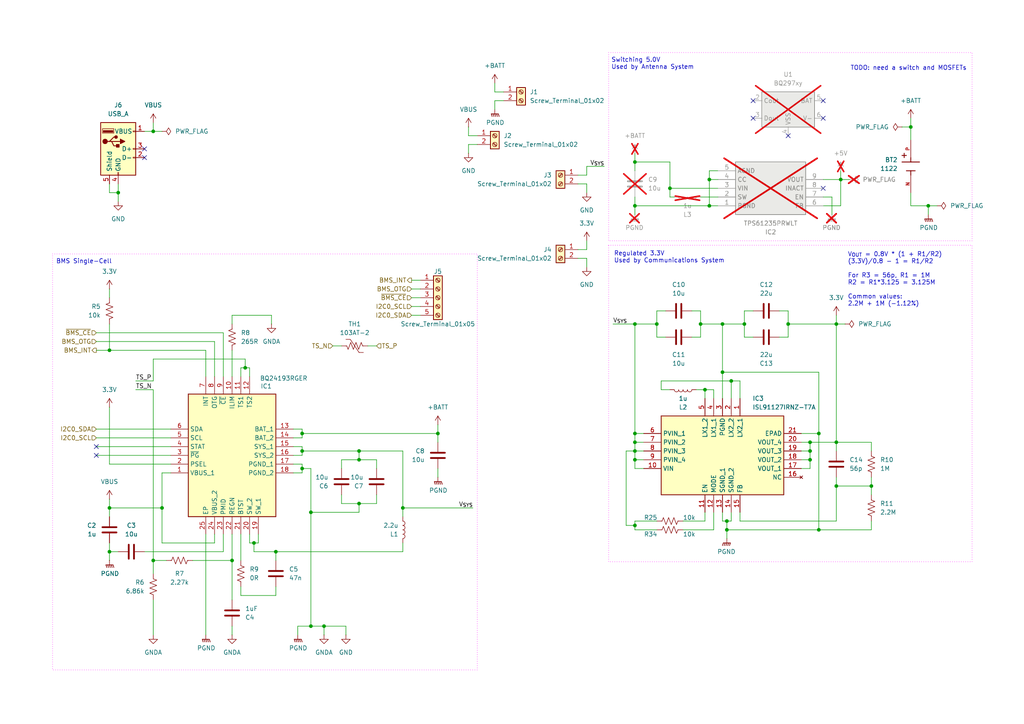
<source format=kicad_sch>
(kicad_sch (version 20231120) (generator "eeschema") (generator_version "8.0")
  (paper "A4")
  (lib_symbols
    (symbol "Battery_Management:BQ297xy"
      (property "Reference" "U" (at -6.35 6.35 0))
      (property "Value" "BQ297xy" (at 5.08 -6.35 0))
      (symbol "BQ297xy_1_1"
        (pin no_connect line (at 7.62 0 180) (length 2.54) hide (name "NC") (number "1"))
        (pin output line (at 10.16 2.54 180) (length 2.54) (name "Cout") (number "2"))
        (pin output line (at 10.16 -2.54 180) (length 2.54) (name "Dout") (number "3"))
        (pin power_in line (at 0 -7.62 90) (length 2.54) (name "VSS") (number "4"))
        (pin input line (at -10.16 2.54 0) (length 2.54) (name "BAT") (number "5"))
        (pin input line (at -10.16 -2.54 0) (length 2.54) (name "V-") (number "6"))
      )
    )
    (symbol "Cobalt-Cowboy:1122" (pin_names (offset 1.016))
      (property "Reference" "BT" (at -3.81 3.81 0))
      (property "Value" "1122" (at -3.81 -5.08 0))
      (symbol "1122_0_0"
        (pin passive line (at 7.62 0 180) (length 5.08) (name "~") (number "N"))
        (pin passive line (at -7.62 0 0) (length 5.08) (name "~") (number "P"))
      )
    )
    (symbol "Cobalt-Cowboy:TPS61235PRWLT"
      (property "Reference" "IC" (at 26.67 7.62 0))
      (property "Value" "TPS61235PRWLT" (at 26.67 5.08 0))
      (symbol "TPS61235PRWLT_1_1"
        (pin power_in line (at 0 0 0) (length 5.08) (name "PGND") (number "1"))
        (pin power_in line (at 0 -2.54 0) (length 5.08) (name "SW") (number "2"))
        (pin passive line (at 0 -5.08 0) (length 5.08) (name "VIN") (number "3"))
        (pin passive line (at 0 -7.62 0) (length 5.08) (name "CC") (number "4"))
        (pin passive line (at 0 -10.16 0) (length 5.08) (name "AGND") (number "5"))
        (pin passive line (at 30.48 0 180) (length 5.08) (name "FB") (number "6"))
        (pin passive line (at 30.48 -2.54 180) (length 5.08) (name "EN") (number "7"))
        (pin passive line (at 30.48 -5.08 180) (length 5.08) (name "INACT") (number "8"))
        (pin passive line (at 30.48 -7.62 180) (length 5.08) (name "VOUT") (number "9"))
      )
    )
    (symbol "Connector:Screw_Terminal_01x02" (pin_names (offset 1.016) hide)
      (property "Reference" "J" (at 0 2.54 0))
      (property "Value" "Screw_Terminal_01x02" (at 0 -5.08 0))
      (symbol "Screw_Terminal_01x02_1_1"
        (pin passive line (at -5.08 0 0) (length 3.81) (name "Pin_1") (number "1"))
        (pin passive line (at -5.08 -2.54 0) (length 3.81) (name "Pin_2") (number "2"))
      )
    )
    (symbol "Connector:Screw_Terminal_01x05" (pin_names (offset 1.016) hide)
      (property "Reference" "J" (at 0 7.62 0))
      (property "Value" "Screw_Terminal_01x05" (at 0 -7.62 0))
      (symbol "Screw_Terminal_01x05_1_1"
        (pin passive line (at -5.08 5.08 0) (length 3.81) (name "Pin_1") (number "1"))
        (pin passive line (at -5.08 2.54 0) (length 3.81) (name "Pin_2") (number "2"))
        (pin passive line (at -5.08 0 0) (length 3.81) (name "Pin_3") (number "3"))
        (pin passive line (at -5.08 -2.54 0) (length 3.81) (name "Pin_4") (number "4"))
        (pin passive line (at -5.08 -5.08 0) (length 3.81) (name "Pin_5") (number "5"))
      )
    )
    (symbol "Connector:USB_A" (pin_names (offset 1.016))
      (property "Reference" "J" (at -5.08 11.43 0))
      (property "Value" "USB_A" (at -5.08 8.89 0))
      (symbol "USB_A_1_1"
        (pin power_in line (at 7.62 5.08 180) (length 2.54) (name "VBUS") (number "1"))
        (pin bidirectional line (at 7.62 -2.54 180) (length 2.54) (name "D-") (number "2"))
        (pin bidirectional line (at 7.62 0 180) (length 2.54) (name "D+") (number "3"))
        (pin power_in line (at 0 -10.16 90) (length 2.54) (name "GND") (number "4"))
        (pin passive line (at -2.54 -10.16 90) (length 2.54) (name "Shield") (number "5"))
      )
    )
    (symbol "Device:C" (pin_numbers hide) (pin_names (offset 0.254))
      (property "Reference" "C" (at 0.635 2.54 0))
      (property "Value" "C" (at 0.635 -2.54 0))
      (symbol "C_1_1"
        (pin passive line (at 0 3.81 270) (length 2.794) (name "~") (number "1"))
        (pin passive line (at 0 -3.81 90) (length 2.794) (name "~") (number "2"))
      )
    )
    (symbol "Device:L" (pin_numbers hide) (pin_names (offset 1.016) hide)
      (property "Reference" "L" (at -1.27 0 90))
      (property "Value" "L" (at 1.905 0 90))
      (symbol "L_1_1"
        (pin passive line (at 0 3.81 270) (length 1.27) (name "1") (number "1"))
        (pin passive line (at 0 -3.81 90) (length 1.27) (name "2") (number "2"))
      )
    )
    (symbol "Device:R_US" (pin_numbers hide) (pin_names (offset 0))
      (property "Reference" "R" (at 2.54 0 90))
      (property "Value" "R_US" (at -2.54 0 90))
      (symbol "R_US_1_1"
        (pin passive line (at 0 3.81 270) (length 1.27) (name "~") (number "1"))
        (pin passive line (at 0 -3.81 90) (length 1.27) (name "~") (number "2"))
      )
    )
    (symbol "Device:Thermistor_US" (pin_numbers hide) (pin_names (offset 0))
      (property "Reference" "TH" (at 2.54 1.27 90))
      (property "Value" "Thermistor_US" (at -2.54 0 90))
      (symbol "Thermistor_US_1_1"
        (pin passive line (at 0 3.81 270) (length 1.27) (name "~") (number "1"))
        (pin passive line (at 0 -3.81 90) (length 1.27) (name "~") (number "2"))
      )
    )
    (symbol "bms-smps-testbench:BQ24193RGER"
      (property "Reference" "IC" (at 31.75 17.78 0))
      (property "Value" "BQ24193RGER" (at 31.75 15.24 0))
      (symbol "BQ24193RGER_1_1"
        (pin passive line (at 0 0 0) (length 5.08) (name "VBUS_1") (number "1"))
        (pin passive line (at 17.78 -27.94 90) (length 5.08) (name "ILIM") (number "10"))
        (pin passive line (at 20.32 -27.94 90) (length 5.08) (name "TS1") (number "11"))
        (pin passive line (at 22.86 -27.94 90) (length 5.08) (name "TS2") (number "12"))
        (pin passive line (at 35.56 -12.7 180) (length 5.08) (name "BAT_1") (number "13"))
        (pin passive line (at 35.56 -10.16 180) (length 5.08) (name "BAT_2") (number "14"))
        (pin passive line (at 35.56 -7.62 180) (length 5.08) (name "SYS_1") (number "15"))
        (pin passive line (at 35.56 -5.08 180) (length 5.08) (name "SYS_2") (number "16"))
        (pin passive line (at 35.56 -2.54 180) (length 5.08) (name "PGND_1") (number "17"))
        (pin passive line (at 35.56 0 180) (length 5.08) (name "PGND_2") (number "18"))
        (pin passive line (at 25.4 17.78 270) (length 5.08) (name "SW_1") (number "19"))
        (pin passive line (at 0 -2.54 0) (length 5.08) (name "PSEL") (number "2"))
        (pin passive line (at 22.86 17.78 270) (length 5.08) (name "SW_2") (number "20"))
        (pin passive line (at 20.32 17.78 270) (length 5.08) (name "BTST") (number "21"))
        (pin passive line (at 17.78 17.78 270) (length 5.08) (name "REGN") (number "22"))
        (pin passive line (at 15.24 17.78 270) (length 5.08) (name "PMID") (number "23"))
        (pin passive line (at 12.7 17.78 270) (length 5.08) (name "VBUS_2") (number "24"))
        (pin passive line (at 10.16 17.78 270) (length 5.08) (name "EP") (number "25"))
        (pin passive line (at 0 -5.08 0) (length 5.08) (name "~{PG}") (number "3"))
        (pin passive line (at 0 -7.62 0) (length 5.08) (name "STAT") (number "4"))
        (pin passive line (at 0 -10.16 0) (length 5.08) (name "SCL") (number "5"))
        (pin passive line (at 0 -12.7 0) (length 5.08) (name "SDA") (number "6"))
        (pin passive line (at 10.16 -27.94 90) (length 5.08) (name "INT") (number "7"))
        (pin passive line (at 12.7 -27.94 90) (length 5.08) (name "OTG") (number "8"))
        (pin passive line (at 15.24 -27.94 90) (length 5.08) (name "~{CE}") (number "9"))
      )
    )
    (symbol "bms-smps-testbench:ISL91127IRNZ-T7A"
      (property "Reference" "IC" (at 29.21 17.78 0))
      (property "Value" "ISL91127IRNZ-T7A" (at 29.21 15.24 0))
      (symbol "ISL91127IRNZ-T7A_1_1"
        (pin passive line (at 0 0 0) (length 5.08) (name "LX2_1") (number "1"))
        (pin passive line (at 20.32 -27.94 90) (length 5.08) (name "VIN") (number "10"))
        (pin passive line (at 33.02 -10.16 180) (length 5.08) (name "EN") (number "11"))
        (pin passive line (at 33.02 -7.62 180) (length 5.08) (name "MODE") (number "12"))
        (pin passive line (at 33.02 -5.08 180) (length 5.08) (name "SGND_1") (number "13"))
        (pin passive line (at 33.02 -2.54 180) (length 5.08) (name "SGND_2") (number "14"))
        (pin passive line (at 33.02 0 180) (length 5.08) (name "FB") (number "15"))
        (pin no_connect line (at 22.86 17.78 270) (length 5.08) (name "NC") (number "16"))
        (pin passive line (at 20.32 17.78 270) (length 5.08) (name "VOUT_1") (number "17"))
        (pin passive line (at 17.78 17.78 270) (length 5.08) (name "VOUT_2") (number "18"))
        (pin passive line (at 15.24 17.78 270) (length 5.08) (name "VOUT_3") (number "19"))
        (pin passive line (at 0 -2.54 0) (length 5.08) (name "LX2_2") (number "2"))
        (pin passive line (at 12.7 17.78 270) (length 5.08) (name "VOUT_4") (number "20"))
        (pin passive line (at 10.16 17.78 270) (length 5.08) (name "EPAD") (number "21"))
        (pin passive line (at 0 -5.08 0) (length 5.08) (name "PGND") (number "3"))
        (pin passive line (at 0 -7.62 0) (length 5.08) (name "LX1_1") (number "4"))
        (pin passive line (at 0 -10.16 0) (length 5.08) (name "LX1_2") (number "5"))
        (pin passive line (at 10.16 -27.94 90) (length 5.08) (name "PVIN_1") (number "6"))
        (pin passive line (at 12.7 -27.94 90) (length 5.08) (name "PVIN_2") (number "7"))
        (pin passive line (at 15.24 -27.94 90) (length 5.08) (name "PVIN_3") (number "8"))
        (pin passive line (at 17.78 -27.94 90) (length 5.08) (name "PVIN_4") (number "9"))
      )
    )
    (symbol "power:+5V" (power) (pin_numbers hide) (pin_names (offset 0) hide)
      (property "Value" "+5V" (at 0 3.556 0))
      (symbol "+5V_1_1"
        (pin power_in line (at 0 0 90) (length 0) (name "~") (number "1"))
      )
    )
    (symbol "power:+BATT" (power) (pin_numbers hide) (pin_names (offset 0) hide)
      (property "Value" "+BATT" (at 0 3.556 0))
      (symbol "+BATT_1_1"
        (pin power_in line (at 0 0 90) (length 0) (name "~") (number "1"))
      )
    )
    (symbol "power:GND" (power) (pin_numbers hide) (pin_names (offset 0) hide)
      (property "Value" "GND" (at 0 -3.81 0))
      (symbol "GND_1_1"
        (pin power_in line (at 0 0 270) (length 0) (name "~") (number "1"))
      )
    )
    (symbol "power:GNDA" (power) (pin_numbers hide) (pin_names (offset 0) hide)
      (property "Value" "GNDA" (at 0 -3.81 0))
      (symbol "GNDA_1_1"
        (pin power_in line (at 0 0 270) (length 0) (name "~") (number "1"))
      )
    )
    (symbol "power:GNDPWR" (power) (pin_numbers hide) (pin_names (offset 0) hide)
      (property "Value" "GNDPWR" (at 0 -3.302 0))
      (symbol "GNDPWR_1_1"
        (pin power_in line (at 0 0 270) (length 0) (name "~") (number "1"))
      )
    )
    (symbol "power:PWR_FLAG" (power) (pin_numbers hide) (pin_names (offset 0) hide)
      (property "Value" "PWR_FLAG" (at 0 3.81 0))
      (symbol "PWR_FLAG_0_0"
        (pin power_out line (at 0 0 90) (length 0) (name "~") (number "1"))
      )
    )
    (symbol "power:VCC" (power) (pin_numbers hide) (pin_names (offset 0) hide)
      (property "Value" "VCC" (at 0 3.556 0))
      (symbol "VCC_1_1"
        (pin power_in line (at 0 0 90) (length 0) (name "~") (number "1"))
      )
    )
  )
  (junction (at 87.63 125.73))
  (junction (at 184.15 125.73))
  (junction (at 205.74 52.07))
  (junction (at 237.49 153.67))
  (junction (at 269.24 59.69))
  (junction (at 31.75 160.02))
  (junction (at 234.95 128.27))
  (junction (at 104.14 146.05))
  (junction (at 184.15 59.69))
  (junction (at 104.14 130.81))
  (junction (at 34.29 55.88))
  (junction (at 234.95 133.35))
  (junction (at 127 125.73))
  (junction (at 194.31 54.61))
  (junction (at 252.73 140.97))
  (junction (at 184.15 133.35))
  (junction (at 204.47 113.03))
  (junction (at 215.9 93.98))
  (junction (at 184.15 130.81))
  (junction (at 184.15 128.27))
  (junction (at 90.17 181.61))
  (junction (at 190.5 93.98))
  (junction (at 209.55 93.98))
  (junction (at 209.55 107.95))
  (junction (at 71.12 106.68))
  (junction (at 210.82 153.67))
  (junction (at 116.84 147.32))
  (junction (at 73.66 157.48))
  (junction (at 87.63 135.89))
  (junction (at 205.74 59.69))
  (junction (at 44.45 38.1))
  (junction (at 264.16 36.83))
  (junction (at 31.75 147.32))
  (junction (at 184.15 93.98))
  (junction (at 203.2 93.98))
  (junction (at 228.6 93.98))
  (junction (at 184.15 152.4))
  (junction (at 87.63 130.81))
  (junction (at 210.82 151.13))
  (junction (at 104.14 133.35))
  (junction (at 67.31 162.56))
  (junction (at 80.01 160.02))
  (junction (at 93.98 181.61))
  (junction (at 212.09 110.49))
  (junction (at 242.57 140.97))
  (junction (at 184.15 46.99))
  (junction (at 44.45 162.56))
  (junction (at 46.99 147.32))
  (junction (at 237.49 125.73))
  (junction (at 31.75 101.6))
  (junction (at 242.57 93.98))
  (junction (at 243.84 52.07))
  (junction (at 90.17 148.59))
  (junction (at 234.95 130.81))
  (junction (at 242.57 128.27))
  (no_connect (at 238.76 54.61))
  (no_connect (at 41.91 45.72))
  (no_connect (at 228.6 39.37))
  (no_connect (at 238.76 34.29))
  (no_connect (at 218.44 34.29))
  (no_connect (at 218.44 29.21))
  (no_connect (at 27.94 132.08))
  (no_connect (at 41.91 43.18))
  (no_connect (at 238.76 29.21))
  (no_connect (at 27.94 129.54))
  (wire (pts (xy 242.57 140.97) (xy 242.57 151.13)))
  (wire (pts (xy 34.29 53.34) (xy 34.29 55.88)))
  (wire (pts (xy 194.31 113.03) (xy 191.77 113.03)))
  (wire (pts (xy 191.77 110.49) (xy 212.09 110.49)))
  (wire (pts (xy 193.04 97.79) (xy 190.5 97.79)))
  (wire (pts (xy 67.31 109.22) (xy 67.31 101.6)))
  (wire (pts (xy 104.14 146.05) (xy 109.22 146.05)))
  (wire (pts (xy 116.84 147.32) (xy 116.84 149.86)))
  (wire (pts (xy 167.64 74.93) (xy 170.18 74.93)))
  (wire (pts (xy 243.84 52.07) (xy 238.76 52.07)))
  (wire (pts (xy 31.75 53.34) (xy 31.75 55.88)))
  (wire (pts (xy 44.45 110.49) (xy 39.37 110.49)))
  (wire (pts (xy 242.57 93.98) (xy 242.57 128.27)))
  (wire (pts (xy 205.74 52.07) (xy 208.28 52.07)))
  (wire (pts (xy 59.69 154.94) (xy 59.69 184.15)))
  (wire (pts (xy 119.38 81.28) (xy 121.92 81.28)))
  (wire (pts (xy 191.77 113.03) (xy 191.77 110.49)))
  (wire (pts (xy 209.55 148.59) (xy 209.55 151.13)))
  (wire (pts (xy 44.45 184.15) (xy 44.45 173.99)))
  (wire (pts (xy 167.64 53.34) (xy 170.18 53.34)))
  (wire (pts (xy 234.95 135.89) (xy 234.95 133.35)))
  (wire (pts (xy 194.31 54.61) (xy 194.31 57.15)))
  (wire (pts (xy 27.94 96.52) (xy 64.77 96.52)))
  (wire (pts (xy 205.74 52.07) (xy 205.74 59.69)))
  (wire (pts (xy 264.16 36.83) (xy 264.16 40.64)))
  (wire (pts (xy 69.85 154.94) (xy 69.85 162.56)))
  (wire (pts (xy 234.95 130.81) (xy 234.95 133.35)))
  (wire (pts (xy 87.63 125.73) (xy 87.63 127)))
  (wire (pts (xy 264.16 34.29) (xy 264.16 36.83)))
  (wire (pts (xy 69.85 172.72) (xy 80.01 172.72)))
  (wire (pts (xy 184.15 125.73) (xy 184.15 128.27)))
  (wire (pts (xy 90.17 135.89) (xy 90.17 148.59)))
  (wire (pts (xy 69.85 170.18) (xy 69.85 172.72)))
  (wire (pts (xy 104.14 133.35) (xy 109.22 133.35)))
  (wire (pts (xy 116.84 130.81) (xy 116.84 147.32)))
  (wire (pts (xy 184.15 128.27) (xy 186.69 128.27)))
  (wire (pts (xy 184.15 49.53) (xy 184.15 46.99)))
  (wire (pts (xy 59.69 101.6) (xy 59.69 109.22)))
  (wire (pts (xy 87.63 134.62) (xy 87.63 135.89)))
  (wire (pts (xy 44.45 162.56) (xy 44.45 166.37)))
  (wire (pts (xy 228.6 97.79) (xy 228.6 93.98)))
  (wire (pts (xy 252.73 153.67) (xy 237.49 153.67)))
  (wire (pts (xy 242.57 138.43) (xy 242.57 140.97)))
  (wire (pts (xy 31.75 83.82) (xy 31.75 86.36)))
  (wire (pts (xy 237.49 107.95) (xy 209.55 107.95)))
  (wire (pts (xy 210.82 151.13) (xy 210.82 153.67)))
  (wire (pts (xy 234.95 133.35) (xy 232.41 133.35)))
  (wire (pts (xy 62.23 157.48) (xy 62.23 154.94)))
  (wire (pts (xy 46.99 137.16) (xy 49.53 137.16)))
  (wire (pts (xy 72.39 109.22) (xy 72.39 106.68)))
  (wire (pts (xy 78.74 93.98) (xy 78.74 91.44)))
  (wire (pts (xy 44.45 162.56) (xy 48.26 162.56)))
  (wire (pts (xy 73.66 160.02) (xy 80.01 160.02)))
  (wire (pts (xy 201.93 113.03) (xy 204.47 113.03)))
  (wire (pts (xy 212.09 151.13) (xy 210.82 151.13)))
  (wire (pts (xy 87.63 137.16) (xy 85.09 137.16)))
  (wire (pts (xy 87.63 130.81) (xy 104.14 130.81)))
  (wire (pts (xy 215.9 97.79) (xy 215.9 93.98)))
  (wire (pts (xy 31.75 160.02) (xy 31.75 162.56)))
  (wire (pts (xy 242.57 91.44) (xy 242.57 93.98)))
  (wire (pts (xy 205.74 49.53) (xy 205.74 52.07)))
  (wire (pts (xy 200.66 97.79) (xy 203.2 97.79)))
  (wire (pts (xy 85.09 134.62) (xy 87.63 134.62)))
  (wire (pts (xy 210.82 151.13) (xy 209.55 151.13)))
  (wire (pts (xy 27.94 129.54) (xy 49.53 129.54)))
  (wire (pts (xy 170.18 53.34) (xy 170.18 55.88)))
  (wire (pts (xy 237.49 125.73) (xy 232.41 125.73)))
  (wire (pts (xy 64.77 160.02) (xy 64.77 154.94)))
  (wire (pts (xy 252.73 140.97) (xy 252.73 143.51)))
  (wire (pts (xy 184.15 62.23) (xy 184.15 59.69)))
  (wire (pts (xy 72.39 157.48) (xy 73.66 157.48)))
  (wire (pts (xy 31.75 160.02) (xy 34.29 160.02)))
  (wire (pts (xy 242.57 128.27) (xy 234.95 128.27)))
  (wire (pts (xy 190.5 97.79) (xy 190.5 93.98)))
  (wire (pts (xy 127 128.27) (xy 127 125.73)))
  (wire (pts (xy 170.18 72.39) (xy 170.18 69.85)))
  (wire (pts (xy 184.15 151.13) (xy 184.15 152.4)))
  (wire (pts (xy 72.39 154.94) (xy 72.39 157.48)))
  (wire (pts (xy 44.45 38.1) (xy 46.99 38.1)))
  (wire (pts (xy 55.88 162.56) (xy 67.31 162.56)))
  (wire (pts (xy 204.47 151.13) (xy 204.47 148.59)))
  (wire (pts (xy 80.01 160.02) (xy 116.84 160.02)))
  (wire (pts (xy 78.74 91.44) (xy 67.31 91.44)))
  (wire (pts (xy 143.51 24.13) (xy 143.51 26.67)))
  (wire (pts (xy 215.9 93.98) (xy 215.9 90.17)))
  (wire (pts (xy 184.15 130.81) (xy 184.15 128.27)))
  (wire (pts (xy 31.75 134.62) (xy 49.53 134.62)))
  (wire (pts (xy 99.06 133.35) (xy 104.14 133.35)))
  (wire (pts (xy 44.45 113.03) (xy 39.37 113.03)))
  (wire (pts (xy 228.6 93.98) (xy 228.6 90.17)))
  (wire (pts (xy 203.2 90.17) (xy 200.66 90.17)))
  (wire (pts (xy 73.66 157.48) (xy 73.66 160.02)))
  (wire (pts (xy 44.45 104.14) (xy 44.45 110.49)))
  (wire (pts (xy 104.14 146.05) (xy 104.14 148.59)))
  (wire (pts (xy 237.49 125.73) (xy 237.49 107.95)))
  (wire (pts (xy 252.73 151.13) (xy 252.73 153.67)))
  (wire (pts (xy 67.31 154.94) (xy 67.31 162.56)))
  (wire (pts (xy 181.61 130.81) (xy 184.15 130.81)))
  (wire (pts (xy 252.73 130.81) (xy 252.73 128.27)))
  (wire (pts (xy 203.2 97.79) (xy 203.2 93.98)))
  (wire (pts (xy 208.28 49.53) (xy 205.74 49.53)))
  (wire (pts (xy 87.63 135.89) (xy 90.17 135.89)))
  (wire (pts (xy 252.73 140.97) (xy 252.73 138.43)))
  (wire (pts (xy 135.89 39.37) (xy 138.43 39.37)))
  (wire (pts (xy 46.99 157.48) (xy 46.99 147.32)))
  (wire (pts (xy 243.84 49.53) (xy 243.84 52.07)))
  (wire (pts (xy 210.82 156.21) (xy 210.82 153.67)))
  (wire (pts (xy 186.69 133.35) (xy 184.15 133.35)))
  (wire (pts (xy 71.12 104.14) (xy 44.45 104.14)))
  (wire (pts (xy 170.18 48.26) (xy 170.18 50.8)))
  (wire (pts (xy 234.95 128.27) (xy 234.95 130.81)))
  (wire (pts (xy 207.01 148.59) (xy 207.01 153.67)))
  (wire (pts (xy 228.6 90.17) (xy 226.06 90.17)))
  (wire (pts (xy 234.95 128.27) (xy 232.41 128.27)))
  (wire (pts (xy 135.89 41.91) (xy 135.89 44.45)))
  (wire (pts (xy 119.38 91.44) (xy 121.92 91.44)))
  (wire (pts (xy 27.94 101.6) (xy 31.75 101.6)))
  (wire (pts (xy 116.84 147.32) (xy 137.16 147.32)))
  (wire (pts (xy 218.44 90.17) (xy 215.9 90.17)))
  (wire (pts (xy 99.06 133.35) (xy 99.06 135.89)))
  (wire (pts (xy 271.78 59.69) (xy 269.24 59.69)))
  (wire (pts (xy 212.09 110.49) (xy 214.63 110.49)))
  (wire (pts (xy 93.98 181.61) (xy 100.33 181.61)))
  (wire (pts (xy 269.24 59.69) (xy 264.16 59.69)))
  (wire (pts (xy 44.45 113.03) (xy 44.45 162.56)))
  (wire (pts (xy 46.99 157.48) (xy 62.23 157.48)))
  (wire (pts (xy 74.93 157.48) (xy 74.93 154.94)))
  (wire (pts (xy 234.95 130.81) (xy 232.41 130.81)))
  (wire (pts (xy 99.06 146.05) (xy 99.06 143.51)))
  (wire (pts (xy 143.51 31.75) (xy 143.51 29.21)))
  (wire (pts (xy 184.15 153.67) (xy 190.5 153.67)))
  (wire (pts (xy 203.2 93.98) (xy 203.2 90.17)))
  (wire (pts (xy 69.85 106.68) (xy 71.12 106.68)))
  (wire (pts (xy 41.91 160.02) (xy 64.77 160.02)))
  (wire (pts (xy 116.84 160.02) (xy 116.84 157.48)))
  (wire (pts (xy 208.28 59.69) (xy 205.74 59.69)))
  (wire (pts (xy 67.31 91.44) (xy 67.31 93.98)))
  (wire (pts (xy 184.15 125.73) (xy 186.69 125.73)))
  (wire (pts (xy 198.12 151.13) (xy 204.47 151.13)))
  (wire (pts (xy 214.63 110.49) (xy 214.63 115.57)))
  (wire (pts (xy 71.12 106.68) (xy 71.12 104.14)))
  (wire (pts (xy 238.76 57.15) (xy 241.3 57.15)))
  (wire (pts (xy 87.63 132.08) (xy 87.63 130.81)))
  (wire (pts (xy 245.11 93.98) (xy 242.57 93.98)))
  (wire (pts (xy 243.84 52.07) (xy 243.84 59.69)))
  (wire (pts (xy 184.15 152.4) (xy 184.15 153.67)))
  (wire (pts (xy 69.85 109.22) (xy 69.85 106.68)))
  (wire (pts (xy 71.12 106.68) (xy 72.39 106.68)))
  (wire (pts (xy 104.14 130.81) (xy 116.84 130.81)))
  (wire (pts (xy 261.62 36.83) (xy 264.16 36.83)))
  (wire (pts (xy 86.36 181.61) (xy 90.17 181.61)))
  (wire (pts (xy 27.94 99.06) (xy 62.23 99.06)))
  (wire (pts (xy 143.51 29.21) (xy 146.05 29.21)))
  (wire (pts (xy 193.04 90.17) (xy 190.5 90.17)))
  (wire (pts (xy 64.77 96.52) (xy 64.77 109.22)))
  (wire (pts (xy 190.5 93.98) (xy 190.5 90.17)))
  (wire (pts (xy 207.01 113.03) (xy 204.47 113.03)))
  (wire (pts (xy 234.95 135.89) (xy 232.41 135.89)))
  (wire (pts (xy 34.29 55.88) (xy 34.29 58.42)))
  (wire (pts (xy 215.9 93.98) (xy 209.55 93.98)))
  (wire (pts (xy 241.3 57.15) (xy 241.3 62.23)))
  (wire (pts (xy 62.23 99.06) (xy 62.23 109.22)))
  (wire (pts (xy 31.75 147.32) (xy 46.99 147.32)))
  (wire (pts (xy 46.99 137.16) (xy 46.99 147.32)))
  (wire (pts (xy 31.75 160.02) (xy 31.75 157.48)))
  (wire (pts (xy 87.63 130.81) (xy 87.63 129.54)))
  (wire (pts (xy 218.44 97.79) (xy 215.9 97.79)))
  (wire (pts (xy 242.57 93.98) (xy 228.6 93.98)))
  (wire (pts (xy 203.2 93.98) (xy 209.55 93.98)))
  (wire (pts (xy 100.33 184.15) (xy 100.33 181.61)))
  (wire (pts (xy 170.18 48.26) (xy 175.26 48.26)))
  (wire (pts (xy 85.09 129.54) (xy 87.63 129.54)))
  (wire (pts (xy 109.22 135.89) (xy 109.22 133.35)))
  (wire (pts (xy 237.49 153.67) (xy 210.82 153.67)))
  (wire (pts (xy 27.94 132.08) (xy 49.53 132.08)))
  (wire (pts (xy 198.12 153.67) (xy 207.01 153.67)))
  (wire (pts (xy 184.15 130.81) (xy 184.15 133.35)))
  (wire (pts (xy 31.75 147.32) (xy 31.75 149.86)))
  (wire (pts (xy 170.18 74.93) (xy 170.18 77.47)))
  (wire (pts (xy 31.75 93.98) (xy 31.75 101.6)))
  (wire (pts (xy 242.57 128.27) (xy 242.57 130.81)))
  (wire (pts (xy 204.47 113.03) (xy 204.47 115.57)))
  (wire (pts (xy 146.05 26.67) (xy 143.51 26.67)))
  (wire (pts (xy 194.31 46.99) (xy 194.31 54.61)))
  (wire (pts (xy 184.15 133.35) (xy 184.15 135.89)))
  (wire (pts (xy 181.61 130.81) (xy 181.61 152.4)))
  (wire (pts (xy 104.14 133.35) (xy 104.14 130.81)))
  (wire (pts (xy 73.66 157.48) (xy 74.93 157.48)))
  (wire (pts (xy 181.61 152.4) (xy 184.15 152.4)))
  (wire (pts (xy 109.22 100.33) (xy 106.68 100.33)))
  (wire (pts (xy 190.5 93.98) (xy 184.15 93.98)))
  (wire (pts (xy 203.2 57.15) (xy 208.28 57.15)))
  (wire (pts (xy 31.75 55.88) (xy 34.29 55.88)))
  (wire (pts (xy 243.84 52.07) (xy 246.38 52.07)))
  (wire (pts (xy 31.75 118.11) (xy 31.75 134.62)))
  (wire (pts (xy 252.73 128.27) (xy 242.57 128.27)))
  (wire (pts (xy 90.17 148.59) (xy 90.17 181.61)))
  (wire (pts (xy 209.55 93.98) (xy 209.55 107.95)))
  (wire (pts (xy 27.94 124.46) (xy 49.53 124.46)))
  (wire (pts (xy 237.49 125.73) (xy 237.49 153.67)))
  (wire (pts (xy 209.55 107.95) (xy 209.55 115.57)))
  (wire (pts (xy 109.22 146.05) (xy 109.22 143.51)))
  (wire (pts (xy 119.38 88.9) (xy 121.92 88.9)))
  (wire (pts (xy 119.38 83.82) (xy 121.92 83.82)))
  (wire (pts (xy 41.91 38.1) (xy 44.45 38.1)))
  (wire (pts (xy 167.64 72.39) (xy 170.18 72.39)))
  (wire (pts (xy 99.06 146.05) (xy 104.14 146.05)))
  (wire (pts (xy 90.17 148.59) (xy 104.14 148.59)))
  (wire (pts (xy 269.24 62.23) (xy 269.24 59.69)))
  (wire (pts (xy 44.45 35.56) (xy 44.45 38.1)))
  (wire (pts (xy 67.31 184.15) (xy 67.31 181.61)))
  (wire (pts (xy 85.09 127) (xy 87.63 127)))
  (wire (pts (xy 135.89 36.83) (xy 135.89 39.37)))
  (wire (pts (xy 177.8 93.98) (xy 184.15 93.98)))
  (wire (pts (xy 80.01 162.56) (xy 80.01 160.02)))
  (wire (pts (xy 127 123.19) (xy 127 125.73)))
  (wire (pts (xy 238.76 59.69) (xy 243.84 59.69)))
  (wire (pts (xy 184.15 93.98) (xy 184.15 125.73)))
  (wire (pts (xy 194.31 57.15) (xy 195.58 57.15)))
  (wire (pts (xy 190.5 151.13) (xy 184.15 151.13)))
  (wire (pts (xy 135.89 41.91) (xy 138.43 41.91)))
  (wire (pts (xy 186.69 135.89) (xy 184.15 135.89)))
  (wire (pts (xy 31.75 101.6) (xy 59.69 101.6)))
  (wire (pts (xy 242.57 151.13) (xy 214.63 151.13)))
  (wire (pts (xy 184.15 46.99) (xy 194.31 46.99)))
  (wire (pts (xy 119.38 86.36) (xy 121.92 86.36)))
  (wire (pts (xy 127 138.43) (xy 127 135.89)))
  (wire (pts (xy 184.15 57.15) (xy 184.15 59.69)))
  (wire (pts (xy 208.28 54.61) (xy 194.31 54.61)))
  (wire (pts (xy 31.75 144.78) (xy 31.75 147.32)))
  (wire (pts (xy 212.09 148.59) (xy 212.09 151.13)))
  (wire (pts (xy 99.06 100.33) (xy 96.52 100.33)))
  (wire (pts (xy 87.63 124.46) (xy 87.63 125.73)))
  (wire (pts (xy 212.09 110.49) (xy 212.09 115.57)))
  (wire (pts (xy 226.06 97.79) (xy 228.6 97.79)))
  (wire (pts (xy 86.36 184.15) (xy 86.36 181.61)))
  (wire (pts (xy 167.64 50.8) (xy 170.18 50.8)))
  (wire (pts (xy 184.15 130.81) (xy 186.69 130.81)))
  (wire (pts (xy 252.73 140.97) (xy 242.57 140.97)))
  (wire (pts (xy 85.09 124.46) (xy 87.63 124.46)))
  (wire (pts (xy 87.63 132.08) (xy 85.09 132.08)))
  (wire (pts (xy 87.63 125.73) (xy 127 125.73)))
  (wire (pts (xy 207.01 113.03) (xy 207.01 115.57)))
  (wire (pts (xy 184.15 59.69) (xy 205.74 59.69)))
  (wire (pts (xy 27.94 127) (xy 49.53 127)))
  (wire (pts (xy 214.63 151.13) (xy 214.63 148.59)))
  (wire (pts (xy 67.31 162.56) (xy 67.31 173.99)))
  (wire (pts (xy 80.01 170.18) (xy 80.01 172.72)))
  (wire (pts (xy 93.98 184.15) (xy 93.98 181.61)))
  (wire (pts (xy 87.63 135.89) (xy 87.63 137.16)))
  (wire (pts (xy 264.16 55.88) (xy 264.16 59.69)))
  (wire (pts (xy 93.98 181.61) (xy 90.17 181.61)))
  (wire (pts (xy 184.15 44.45) (xy 184.15 46.99)))
  (rectangle (start 15.24 73.66) (end 138.43 194.31) (stroke (width 0) (type dot) (color 255 0 255 1)))
  (rectangle (start 176.53 15.24) (end 281.94 69.85) (stroke (width 0) (type dot) (color 255 0 255 1)))
  (rectangle (start 176.53 71.12) (end 281.94 162.941) (stroke (width 0) (type dot) (color 255 0 255 1)))
  (text "BMS Single-Cell" (at 16.256 75.184 0) (effects (font (size 1.27 1.27)) (justify left top)))
  (text "Regulated 3.3V\nUsed by Communications System" (at 178.054 72.898 0) (effects (font (size 1.27 1.27)) (justify left top)))
  (text "TODO: need a switch and MOSFETs\n" (at 246.634 20.574 0) (effects (font (size 1.27 1.27)) (justify left bottom)))
  (text "Switching 5.0V\nUsed by Antenna System" (at 177.292 16.764 0) (effects (font (size 1.27 1.27)) (justify left top)))
  (text "V_{OUT} = 0.8V * (1 + R1/R2)\n(3.3V)/0.8 - 1 = R1/R2\n\nFor R3 = 56p, R1 = 1M\nR2 = R1*3.125 = 3.125M\n\nCommon values:\n2.2M + 1M (-1.12%)" (at 245.872 73.152 0) (effects (font (size 1.27 1.27)) (justify left top)))
  (label "V_{SYS}" (at 175.26 48.26 180))
  (label "V_{SYS}" (at 137.16 147.32 180))
  (label "TS_P" (at 39.37 110.49 0))
  (label "V_{SYS}" (at 177.8 93.98 0))
  (label "TS_N" (at 39.37 113.03 0))
  (hierarchical_label "I2C0_SDA" (shape input) (at 27.94 124.46 180))
  (hierarchical_label "TS_N" (shape input) (at 96.52 100.33 180))
  (hierarchical_label "~{BMS_CE}" (shape input) (at 119.38 86.36 180))
  (hierarchical_label "BMS_OTG" (shape input) (at 119.38 83.82 180))
  (hierarchical_label "I2C0_SCL" (shape input) (at 27.94 127 180))
  (hierarchical_label "~{BMS_CE}" (shape input) (at 27.94 96.52 180))
  (hierarchical_label "I2C0_SCL" (shape input) (at 119.38 88.9 180))
  (hierarchical_label "TS_P" (shape input) (at 109.22 100.33 0))
  (hierarchical_label "BMS_INT" (shape output) (at 119.38 81.28 180))
  (hierarchical_label "I2C0_SDA" (shape input) (at 119.38 91.44 180))
  (hierarchical_label "BMS_OTG" (shape input) (at 27.94 99.06 180))
  (hierarchical_label "BMS_INT" (shape output) (at 27.94 101.6 180))
  (symbol (lib_id "Device:R_US") (at 69.85 166.37 0) (unit 1)
    (property "Reference" "R9" (at 72.39 165.0999 0) (effects (justify left)))
    (property "Value" "0R" (at 72.39 167.6399 0) (effects (justify left)))
    (property "Footprint" "Resistor_SMD:R_0603_1608Metric" (effects (hide yes)))
    (property "Description" "Resistor, US symbol" (effects (hide yes)))
  )
  (symbol (lib_id "Cobalt-Cowboy:1122") (at 264.16 48.26 90) (mirror x) (unit 1)
    (property "Reference" "BT2" (at 260.35 46.3549 90) (effects (justify left)))
    (property "Value" "1122" (at 260.35 48.8949 90) (effects (justify left)))
    (property "Footprint" "bms-smps-testbench:BAT_1122" (effects (hide yes)))
    (property "MF" "Keystone Electronics" (effects (hide yes)))
    (property "MAXIMUM_PACKAGE_HEIGHT" "17.52mm" (effects (hide yes)))
    (property "Package" "None" (effects (hide yes)))
    (property "Price" "None" (effects (hide yes)))
    (property "Check_prices" "https://www.snapeda.com/parts/1122/Keystone+Electronics/view-part/?ref=eda" (effects (hide yes)))
    (property "STANDARD" "Manufacturer Recommendations" (effects (hide yes)))
    (property "PARTREV" "B" (effects (hide yes)))
    (property "SnapEDA_Link" "https://www.snapeda.com/parts/1122/Keystone+Electronics/view-part/?ref=snap" (effects (hide yes)))
    (property "MP" "1122" (effects (hide yes)))
    (property "Purchase-URL" "https://www.snapeda.com/api/url_track_click_mouser/?unipart_id=5529231&manufacturer=Keystone Electronics&part_name=1122&search_term=None" (effects (hide yes)))
    (property "Description_1" "\nSMT Holder for 20700 & 21700 Cell w/ coil spring\n" (effects (hide yes)))
    (property "MANUFACTURER" "Keystone Electronics" (effects (hide yes)))
    (property "Availability" "In Stock" (effects (hide yes)))
    (property "SNAPEDA_PN" "1122" (effects (hide yes)))
  )
  (symbol (lib_id "Cobalt-Cowboy:TPS61235PRWLT") (at 208.28 59.69 0) (mirror x) (unit 1) (on_board no) (dnp yes)
    (property "Reference" "IC2" (at 223.52 67.31 0))
    (property "Value" "TPS61235PRWLT" (at 223.52 64.77 0))
    (property "Footprint" "Cobalt_Cowboy:TPS61235PRWLT" (effects (hide yes)))
    (property "Datasheet" "http://www.ti.com/lit/ds/symlink/tps61235p.pdf" (effects (hide yes)))
    (property "Manufacturer_Name" "Texas Instruments" (effects (hide yes)))
    (property "Manufacturer_Part_Number" "TPS61235PRWLT" (effects (hide yes)))
    (property "Mouser Part Number" "595-TPS61235PRWLT" (effects (hide yes)))
    (property "Mouser Price/Stock" "https://www.mouser.co.uk/ProductDetail/Texas-Instruments/TPS61235PRWLT?qs=LuYMPh7GGMR%2FdWMCDntTaA%3D%3D" (effects (hide yes)))
    (property "Arrow Part Number" "TPS61235PRWLT" (effects (hide yes)))
    (property "Arrow Price/Stock" "https://www.arrow.com/en/products/tps61235prwlt/texas-instruments?region=nac" (effects (hide yes)))
  )
  (symbol (lib_id "power:GNDPWR") (at 59.69 184.15 0) (mirror y) (unit 1)
    (property "Reference" "#PWR014" (effects (hide yes)))
    (property "Value" "PGND" (at 59.817 187.96 0))
    (property "Description" "Power symbol creates a global label with name \"GNDPWR\" , global ground" (effects (hide yes)))
  )
  (symbol (lib_id "power:GNDPWR") (at 269.24 62.23 0) (mirror y) (unit 1)
    (property "Reference" "#PWR07" (effects (hide yes)))
    (property "Value" "PGND" (at 269.367 66.04 0))
    (property "Description" "Power symbol creates a global label with name \"GNDPWR\" , global ground" (effects (hide yes)))
  )
  (symbol (lib_id "power:VCC") (at 135.89 36.83 0) (mirror y) (unit 1)
    (property "Reference" "#PWR028" (effects (hide yes)))
    (property "Value" "VBUS" (at 135.89 31.75 0))
    (property "Description" "Power symbol creates a global label with name \"VCC\"" (effects (hide yes)))
  )
  (symbol (lib_id "power:+BATT") (at 127 123.19 0) (unit 1)
    (property "Reference" "#PWR019" (effects (hide yes)))
    (property "Value" "+BATT" (at 127 118.11 0))
    (property "Description" "Power symbol creates a global label with name \"+BATT\"" (effects (hide yes)))
  )
  (symbol (lib_id "power:PWR_FLAG") (at 271.78 59.69 270) (mirror x) (unit 1)
    (property "Reference" "#FLG04" (effects (hide yes)))
    (property "Value" "PWR_FLAG" (at 275.59 59.6899 90) (effects (justify left)))
    (property "Description" "Special symbol for telling ERC where power comes from" (effects (hide yes)))
  )
  (symbol (lib_id "Device:L") (at 199.39 57.15 270) (unit 1) (on_board no) (dnp yes)
    (property "Reference" "L3" (at 199.39 62.23 90))
    (property "Value" "1u" (at 199.39 59.69 90))
    (property "Footprint" "Inductor_SMD:L_0603_1608Metric" (effects (hide yes)))
    (property "Description" "Inductor" (effects (hide yes)))
  )
  (symbol (lib_id "Connector:Screw_Terminal_01x05") (at 127 86.36 0) (unit 1)
    (property "Reference" "J5" (at 127 78.74 0))
    (property "Value" "Screw_Terminal_01x05" (at 127 93.98 0))
    (property "Footprint" "TerminalBlock_Phoenix:TerminalBlock_Phoenix_MPT-0,5-5-2.54_1x05_P2.54mm_Horizontal" (effects (hide yes)))
    (property "Description" "Generic screw terminal, single row, 01x05, script generated (kicad-library-utils/schlib/autogen/connector/)" (effects (hide yes)))
  )
  (symbol (lib_id "power:GNDPWR") (at 86.36 184.15 0) (mirror y) (unit 1)
    (property "Reference" "#PWR017" (effects (hide yes)))
    (property "Value" "PGND" (at 86.487 187.96 0))
    (property "Description" "Power symbol creates a global label with name \"GNDPWR\" , global ground" (effects (hide yes)))
  )
  (symbol (lib_id "Device:R_US") (at 52.07 162.56 270) (unit 1)
    (property "Reference" "R7" (at 52.07 166.37 90))
    (property "Value" "2.27k" (at 52.07 168.91 90))
    (property "Footprint" "Resistor_SMD:R_0603_1608Metric" (effects (hide yes)))
    (property "Description" "Resistor, US symbol" (effects (hide yes)))
  )
  (symbol (lib_id "Device:C") (at 31.75 153.67 0) (unit 1)
    (property "Reference" "C2" (at 27.94 152.3999 0) (effects (justify right)))
    (property "Value" "1u" (at 27.94 154.9399 0) (effects (justify right)))
    (property "Footprint" "Capacitor_SMD:C_0603_1608Metric_Pad1.08x0.95mm_HandSolder" (effects (hide yes)))
    (property "Description" "Unpolarized capacitor" (effects (hide yes)))
  )
  (symbol (lib_id "power:GNDPWR") (at 127 138.43 0) (mirror y) (unit 1)
    (property "Reference" "#PWR020" (effects (hide yes)))
    (property "Value" "PGND" (at 127.127 142.24 0))
    (property "Description" "Power symbol creates a global label with name \"GNDPWR\" , global ground" (effects (hide yes)))
  )
  (symbol (lib_id "Device:C") (at 242.57 134.62 0) (unit 1)
    (property "Reference" "C14" (at 246.38 133.3499 0) (effects (justify left)))
    (property "Value" "56p" (at 246.38 135.8899 0) (effects (justify left)))
    (property "Footprint" "Capacitor_SMD:C_0603_1608Metric_Pad1.08x0.95mm_HandSolder" (effects (hide yes)))
    (property "Description" "Unpolarized capacitor" (effects (hide yes)))
  )
  (symbol (lib_id "power:GND") (at 34.29 58.42 0) (mirror y) (unit 1)
    (property "Reference" "#PWR012" (effects (hide yes)))
    (property "Value" "GND" (at 34.29 63.5 0))
    (property "Description" "Power symbol creates a global label with name \"GND\" , ground" (effects (hide yes)))
  )
  (symbol (lib_id "power:GNDPWR") (at 184.15 62.23 0) (unit 1) (on_board no) (dnp yes)
    (property "Reference" "#PWR022" (effects (hide yes)))
    (property "Value" "PGND" (at 184.023 66.04 0))
    (property "Description" "Power symbol creates a global label with name \"GNDPWR\" , global ground" (effects (hide yes)))
  )
  (symbol (lib_id "power:GNDA") (at 78.74 93.98 0) (mirror y) (unit 1)
    (property "Reference" "#PWR016" (effects (hide yes)))
    (property "Value" "GNDA" (at 78.74 99.06 0))
    (property "Description" "Power symbol creates a global label with name \"GNDA\" , analog ground" (effects (hide yes)))
  )
  (symbol (lib_id "Device:L") (at 116.84 153.67 0) (mirror x) (unit 1)
    (property "Reference" "L1" (at 115.57 154.9401 0) (effects (justify right)))
    (property "Value" "2.2u" (at 115.57 152.4001 0) (effects (justify right)))
    (property "Footprint" "Inductor_SMD:L_Coilcraft_XxL4020" (effects (hide yes)))
    (property "Description" "Inductor" (effects (hide yes)))
  )
  (symbol (lib_id "power:VCC") (at 242.57 91.44 0) (mirror y) (unit 1)
    (property "Reference" "#PWR026" (effects (hide yes)))
    (property "Value" "3.3V" (at 242.57 86.36 0))
    (property "Description" "Power symbol creates a global label with name \"VCC\"" (effects (hide yes)))
  )
  (symbol (lib_id "Device:C") (at 196.85 97.79 270) (unit 1)
    (property "Reference" "C11" (at 196.85 102.87 90))
    (property "Value" "10u" (at 196.85 105.41 90))
    (property "Footprint" "Capacitor_SMD:C_0603_1608Metric_Pad1.08x0.95mm_HandSolder" (effects (hide yes)))
    (property "Description" "Unpolarized capacitor" (effects (hide yes)))
  )
  (symbol (lib_id "Device:R_US") (at 31.75 90.17 0) (mirror y) (unit 1)
    (property "Reference" "R5" (at 29.21 88.8999 0) (effects (justify left)))
    (property "Value" "10k" (at 29.21 91.4399 0) (effects (justify left)))
    (property "Footprint" "Resistor_SMD:R_0603_1608Metric" (effects (hide yes)))
    (property "Description" "Resistor, US symbol" (effects (hide yes)))
  )
  (symbol (lib_id "power:+5V") (at 243.84 49.53 0) (unit 1) (on_board no) (dnp yes)
    (property "Reference" "#PWR027" (effects (hide yes)))
    (property "Value" "+5V" (at 243.84 44.45 0))
    (property "Description" "Power symbol creates a global label with name \"+5V\"" (effects (hide yes)))
  )
  (symbol (lib_id "Connector:Screw_Terminal_01x02") (at 162.56 72.39 0) (mirror y) (unit 1)
    (property "Reference" "J4" (at 160.02 72.3899 0) (effects (justify left)))
    (property "Value" "Screw_Terminal_01x02" (at 160.02 74.9299 0) (effects (justify left)))
    (property "Footprint" "TerminalBlock_Phoenix:TerminalBlock_Phoenix_MPT-0,5-2-2.54_1x02_P2.54mm_Horizontal" (effects (hide yes)))
    (property "Description" "Generic screw terminal, single row, 01x02, script generated (kicad-library-utils/schlib/autogen/connector/)" (effects (hide yes)))
  )
  (symbol (lib_id "power:+BATT") (at 143.51 24.13 0) (unit 1)
    (property "Reference" "#PWR02" (effects (hide yes)))
    (property "Value" "+BATT" (at 143.51 19.05 0))
    (property "Description" "Power symbol creates a global label with name \"+BATT\"" (effects (hide yes)))
  )
  (symbol (lib_id "power:PWR_FLAG") (at 246.38 52.07 270) (unit 1) (on_board no) (dnp yes)
    (property "Reference" "#FLG07" (effects (hide yes)))
    (property "Value" "PWR_FLAG" (at 250.19 52.0699 90) (effects (justify left)))
    (property "Description" "Special symbol for telling ERC where power comes from" (effects (hide yes)))
  )
  (symbol (lib_id "Device:R_US") (at 252.73 147.32 0) (unit 1)
    (property "Reference" "R11" (at 255.27 146.0499 0) (effects (justify left)))
    (property "Value" "2.2M" (at 255.27 148.5899 0) (effects (justify left)))
    (property "Footprint" "Resistor_SMD:R_0603_1608Metric" (effects (hide yes)))
    (property "Description" "Resistor, US symbol" (effects (hide yes)))
  )
  (symbol (lib_id "Device:C") (at 184.15 53.34 0) (unit 1) (on_board no) (dnp yes)
    (property "Reference" "C9" (at 187.96 52.0699 0) (effects (justify left)))
    (property "Value" "10u" (at 187.96 54.6099 0) (effects (justify left)))
    (property "Footprint" "Capacitor_SMD:C_0603_1608Metric_Pad1.08x0.95mm_HandSolder" (effects (hide yes)))
    (property "Description" "Unpolarized capacitor" (effects (hide yes)))
  )
  (symbol (lib_id "Connector:Screw_Terminal_01x02") (at 143.51 39.37 0) (unit 1)
    (property "Reference" "J2" (at 146.05 39.3699 0) (effects (justify left)))
    (property "Value" "Screw_Terminal_01x02" (at 146.05 41.9099 0) (effects (justify left)))
    (property "Footprint" "TerminalBlock_Phoenix:TerminalBlock_Phoenix_MPT-0,5-2-2.54_1x02_P2.54mm_Horizontal" (effects (hide yes)))
    (property "Description" "Generic screw terminal, single row, 01x02, script generated (kicad-library-utils/schlib/autogen/connector/)" (effects (hide yes)))
  )
  (symbol (lib_id "bms-smps-testbench:ISL91127IRNZ-T7A") (at 214.63 115.57 270) (unit 1)
    (property "Reference" "IC3" (at 218.2561 115.57 90) (effects (justify left)))
    (property "Value" "ISL91127IRNZ-T7A" (at 218.2561 118.11 90) (effects (justify left)))
    (property "Footprint" "Cobalt_Cowboy:QFN50P400X400X100-21N_ISL91127IRNZ-T7A" (effects (hide yes)))
    (property "Datasheet" "https://www.renesas.com/en-us/www/doc/datasheet/isl91127ir.pdf" (effects (hide yes)))
    (property "Description" "The ISL91127 and ISL91127IR are high-current buck-boost switching regulators for systems using new battery chemistries. They use Renesas\\' proprietary buck-boost algorithm to maintain voltage regulation while providing excellent efficiency and very low output voltage ripple when the input voltage is close to the output voltage.They are capable of delivering at least 2A continuous output current (VOUT = 3.3V) over a battery voltage range of 2.5V to 4.35V. This maximizes the energy utilization of advanced sing" (effects (hide yes)))
    (property "Height" "1" (effects (hide yes)))
    (property "Manufacturer_Name" "Renesas Electronics" (effects (hide yes)))
    (property "Manufacturer_Part_Number" "ISL91127IRNZ-T7A" (effects (hide yes)))
    (property "Mouser Part Number" "968-ISL91127IRNZ-T7A" (effects (hide yes)))
    (property "Mouser Price/Stock" "https://www.mouser.co.uk/ProductDetail/Renesas-Intersil/ISL91127IRNZ-T7A?qs=MbhLeWKW1It6pBrhIpi7Yg%3D%3D" (effects (hide yes)))
  )
  (symbol (lib_id "power:GNDA") (at 93.98 184.15 0) (unit 1)
    (property "Reference" "#PWR018" (effects (hide yes)))
    (property "Value" "GNDA" (at 93.98 189.23 0))
    (property "Description" "Power symbol creates a global label with name \"GNDA\" , analog ground" (effects (hide yes)))
  )
  (symbol (lib_id "Device:C") (at 38.1 160.02 270) (unit 1)
    (property "Reference" "C3" (at 38.1 152.4 90))
    (property "Value" "10u" (at 38.1 154.94 90))
    (property "Footprint" "Capacitor_SMD:C_0603_1608Metric_Pad1.08x0.95mm_HandSolder" (effects (hide yes)))
    (property "Description" "Unpolarized capacitor" (effects (hide yes)))
  )
  (symbol (lib_id "power:GNDPWR") (at 143.51 31.75 0) (mirror y) (unit 1)
    (property "Reference" "#PWR01" (effects (hide yes)))
    (property "Value" "PGND" (at 143.637 35.56 0))
    (property "Description" "Power symbol creates a global label with name \"GNDPWR\" , global ground" (effects (hide yes)))
  )
  (symbol (lib_id "power:GNDA") (at 44.45 184.15 0) (unit 1)
    (property "Reference" "#PWR013" (effects (hide yes)))
    (property "Value" "GNDA" (at 44.45 189.23 0))
    (property "Description" "Power symbol creates a global label with name \"GNDA\" , analog ground" (effects (hide yes)))
  )
  (symbol (lib_id "Device:C") (at 99.06 139.7 180) (unit 1)
    (property "Reference" "C6" (at 95.25 140.9701 0) (effects (justify left)))
    (property "Value" "10u" (at 95.25 138.4301 0) (effects (justify left)))
    (property "Footprint" "Capacitor_SMD:C_0603_1608Metric_Pad1.08x0.95mm_HandSolder" (effects (hide yes)))
    (property "Description" "Unpolarized capacitor" (effects (hide yes)))
  )
  (symbol (lib_id "power:VCC") (at 31.75 144.78 0) (mirror y) (unit 1)
    (property "Reference" "#PWR029" (effects (hide yes)))
    (property "Value" "VBUS" (at 31.75 139.7 0))
    (property "Description" "Power symbol creates a global label with name \"VCC\"" (effects (hide yes)))
  )
  (symbol (lib_id "power:GND") (at 170.18 55.88 0) (mirror y) (unit 1)
    (property "Reference" "#PWR03" (effects (hide yes)))
    (property "Value" "GND" (at 170.18 60.96 0))
    (property "Description" "Power symbol creates a global label with name \"GND\" , ground" (effects (hide yes)))
  )
  (symbol (lib_id "Device:C") (at 67.31 177.8 0) (mirror x) (unit 1)
    (property "Reference" "C4" (at 71.12 179.0701 0) (effects (justify left)))
    (property "Value" "1uF" (at 71.12 176.5301 0) (effects (justify left)))
    (property "Footprint" "Capacitor_SMD:C_0603_1608Metric_Pad1.08x0.95mm_HandSolder" (effects (hide yes)))
    (property "Description" "Unpolarized capacitor" (effects (hide yes)))
  )
  (symbol (lib_id "Device:R_US") (at 194.31 153.67 270) (unit 1)
    (property "Reference" "R34" (at 188.722 154.94 90))
    (property "Value" "10k" (at 199.898 154.94 90))
    (property "Footprint" "Resistor_SMD:R_0603_1608Metric" (effects (hide yes)))
    (property "Description" "Resistor, US symbol" (effects (hide yes)))
  )
  (symbol (lib_id "Battery_Management:BQ297xy") (at 228.6 31.75 0) (mirror y) (unit 1) (on_board no) (dnp yes)
    (property "Reference" "U1" (at 228.6 21.59 0))
    (property "Value" "BQ297xy" (at 228.6 24.13 0))
    (property "Footprint" "Package_SON:WSON-6_1.5x1.5mm_P0.5mm" (effects (hide yes)))
    (property "Datasheet" "http://www.ti.com/lit/ds/symlink/bq2970.pdf" (effects (hide yes)))
  )
  (symbol (lib_id "Device:C") (at 222.25 90.17 270) (unit 1)
    (property "Reference" "C12" (at 222.25 82.55 90))
    (property "Value" "22u" (at 222.25 85.09 90))
    (property "Footprint" "Capacitor_SMD:C_0603_1608Metric_Pad1.08x0.95mm_HandSolder" (effects (hide yes)))
    (property "Description" "Unpolarized capacitor" (effects (hide yes)))
  )
  (symbol (lib_id "power:VCC") (at 44.45 35.56 0) (mirror y) (unit 1)
    (property "Reference" "#PWR023" (effects (hide yes)))
    (property "Value" "VBUS" (at 44.45 30.48 0))
    (property "Description" "Power symbol creates a global label with name \"VCC\"" (effects (hide yes)))
  )
  (symbol (lib_id "power:+BATT") (at 184.15 44.45 0) (mirror y) (unit 1) (on_board no) (dnp yes)
    (property "Reference" "#PWR021" (effects (hide yes)))
    (property "Value" "+BATT" (at 184.15 39.37 0))
    (property "Description" "Power symbol creates a global label with name \"+BATT\"" (effects (hide yes)))
  )
  (symbol (lib_id "Device:R_US") (at 252.73 134.62 0) (unit 1)
    (property "Reference" "R10" (at 255.27 133.3499 0) (effects (justify left)))
    (property "Value" "1M" (at 255.27 135.8899 0) (effects (justify left)))
    (property "Footprint" "Resistor_SMD:R_0603_1608Metric" (effects (hide yes)))
    (property "Description" "Resistor, US symbol" (effects (hide yes)))
  )
  (symbol (lib_id "power:GNDPWR") (at 210.82 156.21 0) (unit 1)
    (property "Reference" "#PWR024" (effects (hide yes)))
    (property "Value" "PGND" (at 210.693 160.02 0))
    (property "Description" "Power symbol creates a global label with name \"GNDPWR\" , global ground" (effects (hide yes)))
  )
  (symbol (lib_id "Device:L") (at 198.12 113.03 270) (unit 1)
    (property "Reference" "L2" (at 198.12 118.11 90))
    (property "Value" "1u" (at 198.12 115.57 90))
    (property "Footprint" "Inductor_SMD:L_Coilcraft_XxL4020" (effects (hide yes)))
    (property "Description" "Inductor" (effects (hide yes)))
  )
  (symbol (lib_id "Connector:Screw_Terminal_01x02") (at 151.13 26.67 0) (unit 1)
    (property "Reference" "J1" (at 153.67 26.6699 0) (effects (justify left)))
    (property "Value" "Screw_Terminal_01x02" (at 153.67 29.2099 0) (effects (justify left)))
    (property "Footprint" "TerminalBlock_Phoenix:TerminalBlock_Phoenix_MPT-0,5-2-2.54_1x02_P2.54mm_Horizontal" (effects (hide yes)))
    (property "Description" "Generic screw terminal, single row, 01x02, script generated (kicad-library-utils/schlib/autogen/connector/)" (effects (hide yes)))
  )
  (symbol (lib_id "Device:C") (at 109.22 139.7 180) (unit 1)
    (property "Reference" "C7" (at 105.41 140.9701 0) (effects (justify left)))
    (property "Value" "10u" (at 105.41 138.4301 0) (effects (justify left)))
    (property "Footprint" "Capacitor_SMD:C_0603_1608Metric_Pad1.08x0.95mm_HandSolder" (effects (hide yes)))
    (property "Description" "Unpolarized capacitor" (effects (hide yes)))
  )
  (symbol (lib_id "Connector:Screw_Terminal_01x02") (at 162.56 50.8 0) (mirror y) (unit 1)
    (property "Reference" "J3" (at 160.02 50.7999 0) (effects (justify left)))
    (property "Value" "Screw_Terminal_01x02" (at 160.02 53.3399 0) (effects (justify left)))
    (property "Footprint" "TerminalBlock_Phoenix:TerminalBlock_Phoenix_MPT-0,5-2-2.54_1x02_P2.54mm_Horizontal" (effects (hide yes)))
    (property "Description" "Generic screw terminal, single row, 01x02, script generated (kicad-library-utils/schlib/autogen/connector/)" (effects (hide yes)))
  )
  (symbol (lib_id "Device:C") (at 80.01 166.37 180) (unit 1)
    (property "Reference" "C5" (at 83.82 165.0999 0) (effects (justify right)))
    (property "Value" "47n" (at 83.82 167.6399 0) (effects (justify right)))
    (property "Footprint" "Capacitor_SMD:C_0603_1608Metric_Pad1.08x0.95mm_HandSolder" (effects (hide yes)))
    (property "Description" "Unpolarized capacitor" (effects (hide yes)))
  )
  (symbol (lib_id "power:GND") (at 100.33 184.15 0) (mirror y) (unit 1)
    (property "Reference" "#PWR053" (effects (hide yes)))
    (property "Value" "GND" (at 100.33 189.23 0))
    (property "Description" "Power symbol creates a global label with name \"GND\" , ground" (effects (hide yes)))
  )
  (symbol (lib_id "Device:Thermistor_US") (at 102.87 100.33 90) (mirror x) (unit 1)
    (property "Reference" "TH1" (at 102.87 93.98 90))
    (property "Value" "103AT-2" (at 102.87 96.52 90))
    (property "Footprint" "bms-smps-testbench:103AT2" (effects (hide yes)))
    (property "Description" "Thermistor, temperature dependent resistor, US symbol" (effects (hide yes)))
  )
  (symbol (lib_id "power:VCC") (at 170.18 69.85 0) (mirror y) (unit 1)
    (property "Reference" "#PWR05" (effects (hide yes)))
    (property "Value" "3.3V" (at 170.18 64.77 0))
    (property "Description" "Power symbol creates a global label with name \"VCC\"" (effects (hide yes)))
  )
  (symbol (lib_id "Device:C") (at 127 132.08 0) (mirror y) (unit 1)
    (property "Reference" "C8" (at 123.19 130.8099 0) (effects (justify left)))
    (property "Value" "10u" (at 123.19 133.3499 0) (effects (justify left)))
    (property "Footprint" "Capacitor_SMD:C_0603_1608Metric_Pad1.08x0.95mm_HandSolder" (effects (hide yes)))
    (property "Description" "Unpolarized capacitor" (effects (hide yes)))
  )
  (symbol (lib_id "power:+BATT") (at 264.16 34.29 0) (mirror y) (unit 1)
    (property "Reference" "#PWR011" (effects (hide yes)))
    (property "Value" "+BATT" (at 264.16 29.21 0))
    (property "Description" "Power symbol creates a global label with name \"+BATT\"" (effects (hide yes)))
  )
  (symbol (lib_id "power:VCC") (at 31.75 118.11 0) (mirror y) (unit 1)
    (property "Reference" "#PWR09" (effects (hide yes)))
    (property "Value" "3.3V" (at 31.75 113.03 0))
    (property "Description" "Power symbol creates a global label with name \"VCC\"" (effects (hide yes)))
  )
  (symbol (lib_id "power:PWR_FLAG") (at 245.11 93.98 270) (mirror x) (unit 1)
    (property "Reference" "#FLG06" (effects (hide yes)))
    (property "Value" "PWR_FLAG" (at 248.92 93.9799 90) (effects (justify left)))
    (property "Description" "Special symbol for telling ERC where power comes from" (effects (hide yes)))
  )
  (symbol (lib_id "bms-smps-testbench:BQ24193RGER") (at 49.53 137.16 0) (mirror x) (unit 1)
    (property "Reference" "IC1" (at 77.216 112.014 0))
    (property "Value" "BQ24193RGER" (at 82.296 109.728 0))
    (property "Footprint" "Cobalt_Cowboy:QFN50P400X400X100-25N-D_BQ24193RGER" (effects (hide yes)))
    (property "Datasheet" "http://www.ti.com/lit/gpn/bq24193" (effects (hide yes)))
    (property "Description" "I2C Controlled 4.5A Single Cell USB/Adaptor Charger w/ Narrow VDC Power Path" (effects (hide yes)))
    (property "Height" "1" (effects (hide yes)))
    (property "Manufacturer_Name" "Texas Instruments" (effects (hide yes)))
    (property "Manufacturer_Part_Number" "BQ24193RGER" (effects (hide yes)))
    (property "Mouser Part Number" "595-BQ24193RGER" (effects (hide yes)))
    (property "Mouser Price/Stock" "https://www.mouser.co.uk/ProductDetail/Texas-Instruments/BQ24193RGER?qs=E2%2FxqS9xjzprfPaRl%2FdVSQ%3D%3D" (effects (hide yes)))
    (property "Arrow Part Number" "BQ24193RGER" (effects (hide yes)))
    (property "Arrow Price/Stock" "https://www.arrow.com/en/products/bq24193rger/texas-instruments" (effects (hide yes)))
  )
  (symbol (lib_id "power:VCC") (at 31.75 83.82 0) (mirror y) (unit 1)
    (property "Reference" "#PWR08" (effects (hide yes)))
    (property "Value" "3.3V" (at 31.75 78.74 0))
    (property "Description" "Power symbol creates a global label with name \"VCC\"" (effects (hide yes)))
  )
  (symbol (lib_id "power:PWR_FLAG") (at 46.99 38.1 270) (unit 1)
    (property "Reference" "#FLG01" (effects (hide yes)))
    (property "Value" "PWR_FLAG" (at 50.8 38.0999 90) (effects (justify left)))
    (property "Description" "Special symbol for telling ERC where power comes from" (effects (hide yes)))
  )
  (symbol (lib_id "power:PWR_FLAG") (at 261.62 36.83 90) (mirror x) (unit 1)
    (property "Reference" "#FLG03" (effects (hide yes)))
    (property "Value" "PWR_FLAG" (at 257.81 36.8299 90) (effects (justify left)))
    (property "Description" "Special symbol for telling ERC where power comes from" (effects (hide yes)))
  )
  (symbol (lib_id "Connector:USB_A") (at 34.29 43.18 0) (unit 1)
    (property "Reference" "J6" (at 34.29 30.48 0))
    (property "Value" "USB_A" (at 34.29 33.02 0))
    (property "Footprint" "Connector_USB:USB_A_Molex_67643_Horizontal" (effects (hide yes)))
    (property "Description" "USB Type A connector" (effects (hide yes)))
  )
  (symbol (lib_id "power:GNDA") (at 67.31 184.15 0) (mirror y) (unit 1)
    (property "Reference" "#PWR015" (effects (hide yes)))
    (property "Value" "GNDA" (at 67.31 189.23 0))
    (property "Description" "Power symbol creates a global label with name \"GNDA\" , analog ground" (effects (hide yes)))
  )
  (symbol (lib_id "Device:C") (at 196.85 90.17 270) (unit 1)
    (property "Reference" "C10" (at 196.85 82.55 90))
    (property "Value" "10u" (at 196.85 85.09 90))
    (property "Footprint" "Capacitor_SMD:C_0603_1608Metric_Pad1.08x0.95mm_HandSolder" (effects (hide yes)))
    (property "Description" "Unpolarized capacitor" (effects (hide yes)))
  )
  (symbol (lib_id "Device:R_US") (at 44.45 170.18 0) (unit 1)
    (property "Reference" "R6" (at 41.91 168.9099 0) (effects (justify right)))
    (property "Value" "6.86k" (at 41.91 171.4499 0) (effects (justify right)))
    (property "Footprint" "Resistor_SMD:R_0603_1608Metric" (effects (hide yes)))
    (property "Description" "Resistor, US symbol" (effects (hide yes)))
  )
  (symbol (lib_id "Device:R_US") (at 194.31 151.13 90) (unit 1)
    (property "Reference" "R25" (at 188.722 150.114 90))
    (property "Value" "10k" (at 199.898 150.114 90))
    (property "Footprint" "Resistor_SMD:R_0603_1608Metric" (effects (hide yes)))
    (property "Description" "Resistor, US symbol" (effects (hide yes)))
  )
  (symbol (lib_id "Device:R_US") (at 67.31 97.79 0) (mirror x) (unit 1)
    (property "Reference" "R8" (at 69.85 96.5199 0) (effects (justify left)))
    (property "Value" "265R" (at 69.85 99.0599 0) (effects (justify left)))
    (property "Footprint" "Resistor_SMD:R_0603_1608Metric" (effects (hide yes)))
    (property "Description" "Resistor, US symbol" (effects (hide yes)))
  )
  (symbol (lib_id "Device:C") (at 222.25 97.79 270) (mirror x) (unit 1)
    (property "Reference" "C13" (at 222.25 105.41 90))
    (property "Value" "22u" (at 222.25 102.87 90))
    (property "Footprint" "Capacitor_SMD:C_0603_1608Metric_Pad1.08x0.95mm_HandSolder" (effects (hide yes)))
    (property "Description" "Unpolarized capacitor" (effects (hide yes)))
  )
  (symbol (lib_id "power:GNDPWR") (at 241.3 62.23 0) (unit 1) (on_board no) (dnp yes)
    (property "Reference" "#PWR025" (effects (hide yes)))
    (property "Value" "PGND" (at 241.173 66.04 0))
    (property "Description" "Power symbol creates a global label with name \"GNDPWR\" , global ground" (effects (hide yes)))
  )
  (symbol (lib_id "power:GNDPWR") (at 31.75 162.56 0) (mirror y) (unit 1)
    (property "Reference" "#PWR010" (effects (hide yes)))
    (property "Value" "PGND" (at 31.877 166.37 0))
    (property "Description" "Power symbol creates a global label with name \"GNDPWR\" , global ground" (effects (hide yes)))
  )
  (symbol (lib_id "power:GND") (at 135.89 44.45 0) (mirror y) (unit 1)
    (property "Reference" "#PWR06" (effects (hide yes)))
    (property "Value" "GND" (at 135.89 49.53 0))
    (property "Description" "Power symbol creates a global label with name \"GND\" , ground" (effects (hide yes)))
  )
  (symbol (lib_id "power:GND") (at 170.18 77.47 0) (mirror y) (unit 1)
    (property "Reference" "#PWR04" (effects (hide yes)))
    (property "Value" "GND" (at 170.18 82.55 0))
    (property "Description" "Power symbol creates a global label with name \"GND\" , ground" (effects (hide yes)))
  )
)
</source>
